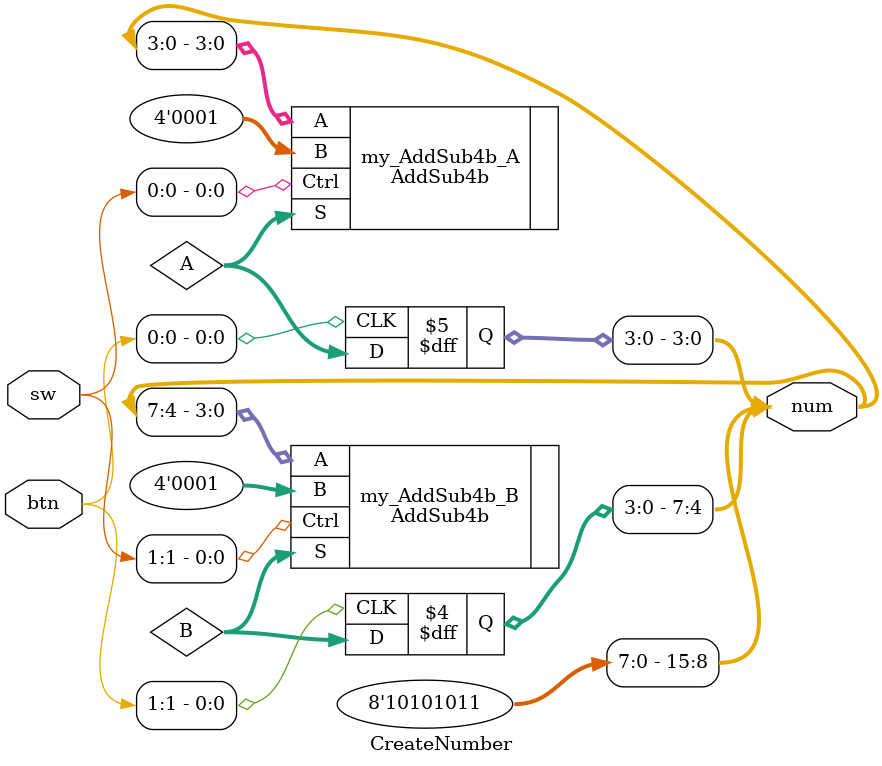
<source format=v>
`timescale 1ns / 1ps

module CreateNumber (
  input wire [1:0] btn,
  input wire [1:0] sw,
  output reg [15:0] num
);

  wire [3:0] A, B;
  initial num <= 16'b1010_1011_1100_1101; // display "ABCD"

  AddSub4b my_AddSub4b_A (
    .Ctrl(sw[0]),
    .A(num[3:0]),
    .B(4'b0001),
    .S(A)
  );

  AddSub4b my_AddSub4b_B (
    .Ctrl(sw[1]),
    .A(num[7:4]),
    .B(4'b0001),
    .S(B)
  );

  always @(posedge btn[0]) num[3:0] <= A;
  always @(posedge btn[1]) num[7:4] <= B;

endmodule


</source>
